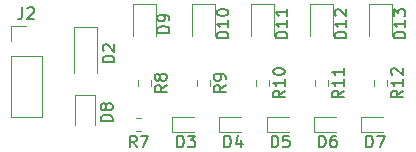
<source format=gbr>
G04 #@! TF.GenerationSoftware,KiCad,Pcbnew,(5.1.10)-1*
G04 #@! TF.CreationDate,2021-09-08T12:00:49+09:00*
G04 #@! TF.ProjectId,driver_v0.3,64726976-6572-45f7-9630-2e332e6b6963,rev?*
G04 #@! TF.SameCoordinates,Original*
G04 #@! TF.FileFunction,Legend,Top*
G04 #@! TF.FilePolarity,Positive*
%FSLAX46Y46*%
G04 Gerber Fmt 4.6, Leading zero omitted, Abs format (unit mm)*
G04 Created by KiCad (PCBNEW (5.1.10)-1) date 2021-09-08 12:00:49*
%MOMM*%
%LPD*%
G01*
G04 APERTURE LIST*
%ADD10C,0.120000*%
%ADD11C,0.150000*%
G04 APERTURE END LIST*
D10*
X95522500Y-109762742D02*
X95522500Y-110237258D01*
X94477500Y-109762742D02*
X94477500Y-110237258D01*
X90522500Y-109762742D02*
X90522500Y-110237258D01*
X89477500Y-109762742D02*
X89477500Y-110237258D01*
X85522500Y-109762742D02*
X85522500Y-110237258D01*
X84477500Y-109762742D02*
X84477500Y-110237258D01*
X80522500Y-109762742D02*
X80522500Y-110237258D01*
X79477500Y-109762742D02*
X79477500Y-110237258D01*
X75522500Y-109762742D02*
X75522500Y-110237258D01*
X74477500Y-109762742D02*
X74477500Y-110237258D01*
X74262742Y-112977500D02*
X74737258Y-112977500D01*
X74262742Y-114022500D02*
X74737258Y-114022500D01*
X63670000Y-112870000D02*
X66330000Y-112870000D01*
X63670000Y-107730000D02*
X63670000Y-112870000D01*
X66330000Y-107730000D02*
X66330000Y-112870000D01*
X63670000Y-107730000D02*
X66330000Y-107730000D01*
X63670000Y-106460000D02*
X63670000Y-105130000D01*
X63670000Y-105130000D02*
X65000000Y-105130000D01*
X95960000Y-106000000D02*
X95960000Y-103315000D01*
X95960000Y-103315000D02*
X94040000Y-103315000D01*
X94040000Y-103315000D02*
X94040000Y-106000000D01*
X90960000Y-106000000D02*
X90960000Y-103315000D01*
X90960000Y-103315000D02*
X89040000Y-103315000D01*
X89040000Y-103315000D02*
X89040000Y-106000000D01*
X85960000Y-106000000D02*
X85960000Y-103315000D01*
X85960000Y-103315000D02*
X84040000Y-103315000D01*
X84040000Y-103315000D02*
X84040000Y-106000000D01*
X80960000Y-106000000D02*
X80960000Y-103315000D01*
X80960000Y-103315000D02*
X79040000Y-103315000D01*
X79040000Y-103315000D02*
X79040000Y-106000000D01*
X75960000Y-106000000D02*
X75960000Y-103315000D01*
X75960000Y-103315000D02*
X74040000Y-103315000D01*
X74040000Y-103315000D02*
X74040000Y-106000000D01*
X70850000Y-111000000D02*
X69150000Y-111000000D01*
X69150000Y-111000000D02*
X69150000Y-113550000D01*
X70850000Y-111000000D02*
X70850000Y-113550000D01*
X93350000Y-112900000D02*
X93350000Y-114100000D01*
X95200000Y-112900000D02*
X93350000Y-112900000D01*
X95200000Y-114100000D02*
X93350000Y-114100000D01*
X89350000Y-112900000D02*
X89350000Y-114100000D01*
X91200000Y-112900000D02*
X89350000Y-112900000D01*
X91200000Y-114100000D02*
X89350000Y-114100000D01*
X85350000Y-112900000D02*
X85350000Y-114100000D01*
X87200000Y-112900000D02*
X85350000Y-112900000D01*
X87200000Y-114100000D02*
X85350000Y-114100000D01*
X81350000Y-112900000D02*
X81350000Y-114100000D01*
X83200000Y-112900000D02*
X81350000Y-112900000D01*
X83200000Y-114100000D02*
X81350000Y-114100000D01*
X77350000Y-112900000D02*
X77350000Y-114100000D01*
X79200000Y-112900000D02*
X77350000Y-112900000D01*
X79200000Y-114100000D02*
X77350000Y-114100000D01*
X71000000Y-105250000D02*
X69000000Y-105250000D01*
X69000000Y-105250000D02*
X69000000Y-109150000D01*
X71000000Y-105250000D02*
X71000000Y-109150000D01*
D11*
X96882380Y-110642857D02*
X96406190Y-110976190D01*
X96882380Y-111214285D02*
X95882380Y-111214285D01*
X95882380Y-110833333D01*
X95930000Y-110738095D01*
X95977619Y-110690476D01*
X96072857Y-110642857D01*
X96215714Y-110642857D01*
X96310952Y-110690476D01*
X96358571Y-110738095D01*
X96406190Y-110833333D01*
X96406190Y-111214285D01*
X96882380Y-109690476D02*
X96882380Y-110261904D01*
X96882380Y-109976190D02*
X95882380Y-109976190D01*
X96025238Y-110071428D01*
X96120476Y-110166666D01*
X96168095Y-110261904D01*
X95977619Y-109309523D02*
X95930000Y-109261904D01*
X95882380Y-109166666D01*
X95882380Y-108928571D01*
X95930000Y-108833333D01*
X95977619Y-108785714D01*
X96072857Y-108738095D01*
X96168095Y-108738095D01*
X96310952Y-108785714D01*
X96882380Y-109357142D01*
X96882380Y-108738095D01*
X91882380Y-110642857D02*
X91406190Y-110976190D01*
X91882380Y-111214285D02*
X90882380Y-111214285D01*
X90882380Y-110833333D01*
X90930000Y-110738095D01*
X90977619Y-110690476D01*
X91072857Y-110642857D01*
X91215714Y-110642857D01*
X91310952Y-110690476D01*
X91358571Y-110738095D01*
X91406190Y-110833333D01*
X91406190Y-111214285D01*
X91882380Y-109690476D02*
X91882380Y-110261904D01*
X91882380Y-109976190D02*
X90882380Y-109976190D01*
X91025238Y-110071428D01*
X91120476Y-110166666D01*
X91168095Y-110261904D01*
X91882380Y-108738095D02*
X91882380Y-109309523D01*
X91882380Y-109023809D02*
X90882380Y-109023809D01*
X91025238Y-109119047D01*
X91120476Y-109214285D01*
X91168095Y-109309523D01*
X86882380Y-110642857D02*
X86406190Y-110976190D01*
X86882380Y-111214285D02*
X85882380Y-111214285D01*
X85882380Y-110833333D01*
X85930000Y-110738095D01*
X85977619Y-110690476D01*
X86072857Y-110642857D01*
X86215714Y-110642857D01*
X86310952Y-110690476D01*
X86358571Y-110738095D01*
X86406190Y-110833333D01*
X86406190Y-111214285D01*
X86882380Y-109690476D02*
X86882380Y-110261904D01*
X86882380Y-109976190D02*
X85882380Y-109976190D01*
X86025238Y-110071428D01*
X86120476Y-110166666D01*
X86168095Y-110261904D01*
X85882380Y-109071428D02*
X85882380Y-108976190D01*
X85930000Y-108880952D01*
X85977619Y-108833333D01*
X86072857Y-108785714D01*
X86263333Y-108738095D01*
X86501428Y-108738095D01*
X86691904Y-108785714D01*
X86787142Y-108833333D01*
X86834761Y-108880952D01*
X86882380Y-108976190D01*
X86882380Y-109071428D01*
X86834761Y-109166666D01*
X86787142Y-109214285D01*
X86691904Y-109261904D01*
X86501428Y-109309523D01*
X86263333Y-109309523D01*
X86072857Y-109261904D01*
X85977619Y-109214285D01*
X85930000Y-109166666D01*
X85882380Y-109071428D01*
X81882380Y-110166666D02*
X81406190Y-110500000D01*
X81882380Y-110738095D02*
X80882380Y-110738095D01*
X80882380Y-110357142D01*
X80930000Y-110261904D01*
X80977619Y-110214285D01*
X81072857Y-110166666D01*
X81215714Y-110166666D01*
X81310952Y-110214285D01*
X81358571Y-110261904D01*
X81406190Y-110357142D01*
X81406190Y-110738095D01*
X81882380Y-109690476D02*
X81882380Y-109500000D01*
X81834761Y-109404761D01*
X81787142Y-109357142D01*
X81644285Y-109261904D01*
X81453809Y-109214285D01*
X81072857Y-109214285D01*
X80977619Y-109261904D01*
X80930000Y-109309523D01*
X80882380Y-109404761D01*
X80882380Y-109595238D01*
X80930000Y-109690476D01*
X80977619Y-109738095D01*
X81072857Y-109785714D01*
X81310952Y-109785714D01*
X81406190Y-109738095D01*
X81453809Y-109690476D01*
X81501428Y-109595238D01*
X81501428Y-109404761D01*
X81453809Y-109309523D01*
X81406190Y-109261904D01*
X81310952Y-109214285D01*
X76882380Y-110166666D02*
X76406190Y-110500000D01*
X76882380Y-110738095D02*
X75882380Y-110738095D01*
X75882380Y-110357142D01*
X75930000Y-110261904D01*
X75977619Y-110214285D01*
X76072857Y-110166666D01*
X76215714Y-110166666D01*
X76310952Y-110214285D01*
X76358571Y-110261904D01*
X76406190Y-110357142D01*
X76406190Y-110738095D01*
X76310952Y-109595238D02*
X76263333Y-109690476D01*
X76215714Y-109738095D01*
X76120476Y-109785714D01*
X76072857Y-109785714D01*
X75977619Y-109738095D01*
X75930000Y-109690476D01*
X75882380Y-109595238D01*
X75882380Y-109404761D01*
X75930000Y-109309523D01*
X75977619Y-109261904D01*
X76072857Y-109214285D01*
X76120476Y-109214285D01*
X76215714Y-109261904D01*
X76263333Y-109309523D01*
X76310952Y-109404761D01*
X76310952Y-109595238D01*
X76358571Y-109690476D01*
X76406190Y-109738095D01*
X76501428Y-109785714D01*
X76691904Y-109785714D01*
X76787142Y-109738095D01*
X76834761Y-109690476D01*
X76882380Y-109595238D01*
X76882380Y-109404761D01*
X76834761Y-109309523D01*
X76787142Y-109261904D01*
X76691904Y-109214285D01*
X76501428Y-109214285D01*
X76406190Y-109261904D01*
X76358571Y-109309523D01*
X76310952Y-109404761D01*
X74333333Y-115452380D02*
X74000000Y-114976190D01*
X73761904Y-115452380D02*
X73761904Y-114452380D01*
X74142857Y-114452380D01*
X74238095Y-114500000D01*
X74285714Y-114547619D01*
X74333333Y-114642857D01*
X74333333Y-114785714D01*
X74285714Y-114880952D01*
X74238095Y-114928571D01*
X74142857Y-114976190D01*
X73761904Y-114976190D01*
X74666666Y-114452380D02*
X75333333Y-114452380D01*
X74904761Y-115452380D01*
X64666666Y-103582380D02*
X64666666Y-104296666D01*
X64619047Y-104439523D01*
X64523809Y-104534761D01*
X64380952Y-104582380D01*
X64285714Y-104582380D01*
X65095238Y-103677619D02*
X65142857Y-103630000D01*
X65238095Y-103582380D01*
X65476190Y-103582380D01*
X65571428Y-103630000D01*
X65619047Y-103677619D01*
X65666666Y-103772857D01*
X65666666Y-103868095D01*
X65619047Y-104010952D01*
X65047619Y-104582380D01*
X65666666Y-104582380D01*
X97102380Y-106214285D02*
X96102380Y-106214285D01*
X96102380Y-105976190D01*
X96150000Y-105833333D01*
X96245238Y-105738095D01*
X96340476Y-105690476D01*
X96530952Y-105642857D01*
X96673809Y-105642857D01*
X96864285Y-105690476D01*
X96959523Y-105738095D01*
X97054761Y-105833333D01*
X97102380Y-105976190D01*
X97102380Y-106214285D01*
X97102380Y-104690476D02*
X97102380Y-105261904D01*
X97102380Y-104976190D02*
X96102380Y-104976190D01*
X96245238Y-105071428D01*
X96340476Y-105166666D01*
X96388095Y-105261904D01*
X96102380Y-104357142D02*
X96102380Y-103738095D01*
X96483333Y-104071428D01*
X96483333Y-103928571D01*
X96530952Y-103833333D01*
X96578571Y-103785714D01*
X96673809Y-103738095D01*
X96911904Y-103738095D01*
X97007142Y-103785714D01*
X97054761Y-103833333D01*
X97102380Y-103928571D01*
X97102380Y-104214285D01*
X97054761Y-104309523D01*
X97007142Y-104357142D01*
X92102380Y-106214285D02*
X91102380Y-106214285D01*
X91102380Y-105976190D01*
X91150000Y-105833333D01*
X91245238Y-105738095D01*
X91340476Y-105690476D01*
X91530952Y-105642857D01*
X91673809Y-105642857D01*
X91864285Y-105690476D01*
X91959523Y-105738095D01*
X92054761Y-105833333D01*
X92102380Y-105976190D01*
X92102380Y-106214285D01*
X92102380Y-104690476D02*
X92102380Y-105261904D01*
X92102380Y-104976190D02*
X91102380Y-104976190D01*
X91245238Y-105071428D01*
X91340476Y-105166666D01*
X91388095Y-105261904D01*
X91197619Y-104309523D02*
X91150000Y-104261904D01*
X91102380Y-104166666D01*
X91102380Y-103928571D01*
X91150000Y-103833333D01*
X91197619Y-103785714D01*
X91292857Y-103738095D01*
X91388095Y-103738095D01*
X91530952Y-103785714D01*
X92102380Y-104357142D01*
X92102380Y-103738095D01*
X87102380Y-106214285D02*
X86102380Y-106214285D01*
X86102380Y-105976190D01*
X86150000Y-105833333D01*
X86245238Y-105738095D01*
X86340476Y-105690476D01*
X86530952Y-105642857D01*
X86673809Y-105642857D01*
X86864285Y-105690476D01*
X86959523Y-105738095D01*
X87054761Y-105833333D01*
X87102380Y-105976190D01*
X87102380Y-106214285D01*
X87102380Y-104690476D02*
X87102380Y-105261904D01*
X87102380Y-104976190D02*
X86102380Y-104976190D01*
X86245238Y-105071428D01*
X86340476Y-105166666D01*
X86388095Y-105261904D01*
X87102380Y-103738095D02*
X87102380Y-104309523D01*
X87102380Y-104023809D02*
X86102380Y-104023809D01*
X86245238Y-104119047D01*
X86340476Y-104214285D01*
X86388095Y-104309523D01*
X82102380Y-106214285D02*
X81102380Y-106214285D01*
X81102380Y-105976190D01*
X81150000Y-105833333D01*
X81245238Y-105738095D01*
X81340476Y-105690476D01*
X81530952Y-105642857D01*
X81673809Y-105642857D01*
X81864285Y-105690476D01*
X81959523Y-105738095D01*
X82054761Y-105833333D01*
X82102380Y-105976190D01*
X82102380Y-106214285D01*
X82102380Y-104690476D02*
X82102380Y-105261904D01*
X82102380Y-104976190D02*
X81102380Y-104976190D01*
X81245238Y-105071428D01*
X81340476Y-105166666D01*
X81388095Y-105261904D01*
X81102380Y-104071428D02*
X81102380Y-103976190D01*
X81150000Y-103880952D01*
X81197619Y-103833333D01*
X81292857Y-103785714D01*
X81483333Y-103738095D01*
X81721428Y-103738095D01*
X81911904Y-103785714D01*
X82007142Y-103833333D01*
X82054761Y-103880952D01*
X82102380Y-103976190D01*
X82102380Y-104071428D01*
X82054761Y-104166666D01*
X82007142Y-104214285D01*
X81911904Y-104261904D01*
X81721428Y-104309523D01*
X81483333Y-104309523D01*
X81292857Y-104261904D01*
X81197619Y-104214285D01*
X81150000Y-104166666D01*
X81102380Y-104071428D01*
X77102380Y-105738095D02*
X76102380Y-105738095D01*
X76102380Y-105500000D01*
X76150000Y-105357142D01*
X76245238Y-105261904D01*
X76340476Y-105214285D01*
X76530952Y-105166666D01*
X76673809Y-105166666D01*
X76864285Y-105214285D01*
X76959523Y-105261904D01*
X77054761Y-105357142D01*
X77102380Y-105500000D01*
X77102380Y-105738095D01*
X77102380Y-104690476D02*
X77102380Y-104500000D01*
X77054761Y-104404761D01*
X77007142Y-104357142D01*
X76864285Y-104261904D01*
X76673809Y-104214285D01*
X76292857Y-104214285D01*
X76197619Y-104261904D01*
X76150000Y-104309523D01*
X76102380Y-104404761D01*
X76102380Y-104595238D01*
X76150000Y-104690476D01*
X76197619Y-104738095D01*
X76292857Y-104785714D01*
X76530952Y-104785714D01*
X76626190Y-104738095D01*
X76673809Y-104690476D01*
X76721428Y-104595238D01*
X76721428Y-104404761D01*
X76673809Y-104309523D01*
X76626190Y-104261904D01*
X76530952Y-104214285D01*
X72302380Y-113238095D02*
X71302380Y-113238095D01*
X71302380Y-113000000D01*
X71350000Y-112857142D01*
X71445238Y-112761904D01*
X71540476Y-112714285D01*
X71730952Y-112666666D01*
X71873809Y-112666666D01*
X72064285Y-112714285D01*
X72159523Y-112761904D01*
X72254761Y-112857142D01*
X72302380Y-113000000D01*
X72302380Y-113238095D01*
X71730952Y-112095238D02*
X71683333Y-112190476D01*
X71635714Y-112238095D01*
X71540476Y-112285714D01*
X71492857Y-112285714D01*
X71397619Y-112238095D01*
X71350000Y-112190476D01*
X71302380Y-112095238D01*
X71302380Y-111904761D01*
X71350000Y-111809523D01*
X71397619Y-111761904D01*
X71492857Y-111714285D01*
X71540476Y-111714285D01*
X71635714Y-111761904D01*
X71683333Y-111809523D01*
X71730952Y-111904761D01*
X71730952Y-112095238D01*
X71778571Y-112190476D01*
X71826190Y-112238095D01*
X71921428Y-112285714D01*
X72111904Y-112285714D01*
X72207142Y-112238095D01*
X72254761Y-112190476D01*
X72302380Y-112095238D01*
X72302380Y-111904761D01*
X72254761Y-111809523D01*
X72207142Y-111761904D01*
X72111904Y-111714285D01*
X71921428Y-111714285D01*
X71826190Y-111761904D01*
X71778571Y-111809523D01*
X71730952Y-111904761D01*
X93761904Y-115452380D02*
X93761904Y-114452380D01*
X94000000Y-114452380D01*
X94142857Y-114500000D01*
X94238095Y-114595238D01*
X94285714Y-114690476D01*
X94333333Y-114880952D01*
X94333333Y-115023809D01*
X94285714Y-115214285D01*
X94238095Y-115309523D01*
X94142857Y-115404761D01*
X94000000Y-115452380D01*
X93761904Y-115452380D01*
X94666666Y-114452380D02*
X95333333Y-114452380D01*
X94904761Y-115452380D01*
X89761904Y-115452380D02*
X89761904Y-114452380D01*
X90000000Y-114452380D01*
X90142857Y-114500000D01*
X90238095Y-114595238D01*
X90285714Y-114690476D01*
X90333333Y-114880952D01*
X90333333Y-115023809D01*
X90285714Y-115214285D01*
X90238095Y-115309523D01*
X90142857Y-115404761D01*
X90000000Y-115452380D01*
X89761904Y-115452380D01*
X91190476Y-114452380D02*
X91000000Y-114452380D01*
X90904761Y-114500000D01*
X90857142Y-114547619D01*
X90761904Y-114690476D01*
X90714285Y-114880952D01*
X90714285Y-115261904D01*
X90761904Y-115357142D01*
X90809523Y-115404761D01*
X90904761Y-115452380D01*
X91095238Y-115452380D01*
X91190476Y-115404761D01*
X91238095Y-115357142D01*
X91285714Y-115261904D01*
X91285714Y-115023809D01*
X91238095Y-114928571D01*
X91190476Y-114880952D01*
X91095238Y-114833333D01*
X90904761Y-114833333D01*
X90809523Y-114880952D01*
X90761904Y-114928571D01*
X90714285Y-115023809D01*
X85761904Y-115452380D02*
X85761904Y-114452380D01*
X86000000Y-114452380D01*
X86142857Y-114500000D01*
X86238095Y-114595238D01*
X86285714Y-114690476D01*
X86333333Y-114880952D01*
X86333333Y-115023809D01*
X86285714Y-115214285D01*
X86238095Y-115309523D01*
X86142857Y-115404761D01*
X86000000Y-115452380D01*
X85761904Y-115452380D01*
X87238095Y-114452380D02*
X86761904Y-114452380D01*
X86714285Y-114928571D01*
X86761904Y-114880952D01*
X86857142Y-114833333D01*
X87095238Y-114833333D01*
X87190476Y-114880952D01*
X87238095Y-114928571D01*
X87285714Y-115023809D01*
X87285714Y-115261904D01*
X87238095Y-115357142D01*
X87190476Y-115404761D01*
X87095238Y-115452380D01*
X86857142Y-115452380D01*
X86761904Y-115404761D01*
X86714285Y-115357142D01*
X81761904Y-115452380D02*
X81761904Y-114452380D01*
X82000000Y-114452380D01*
X82142857Y-114500000D01*
X82238095Y-114595238D01*
X82285714Y-114690476D01*
X82333333Y-114880952D01*
X82333333Y-115023809D01*
X82285714Y-115214285D01*
X82238095Y-115309523D01*
X82142857Y-115404761D01*
X82000000Y-115452380D01*
X81761904Y-115452380D01*
X83190476Y-114785714D02*
X83190476Y-115452380D01*
X82952380Y-114404761D02*
X82714285Y-115119047D01*
X83333333Y-115119047D01*
X77761904Y-115452380D02*
X77761904Y-114452380D01*
X78000000Y-114452380D01*
X78142857Y-114500000D01*
X78238095Y-114595238D01*
X78285714Y-114690476D01*
X78333333Y-114880952D01*
X78333333Y-115023809D01*
X78285714Y-115214285D01*
X78238095Y-115309523D01*
X78142857Y-115404761D01*
X78000000Y-115452380D01*
X77761904Y-115452380D01*
X78666666Y-114452380D02*
X79285714Y-114452380D01*
X78952380Y-114833333D01*
X79095238Y-114833333D01*
X79190476Y-114880952D01*
X79238095Y-114928571D01*
X79285714Y-115023809D01*
X79285714Y-115261904D01*
X79238095Y-115357142D01*
X79190476Y-115404761D01*
X79095238Y-115452380D01*
X78809523Y-115452380D01*
X78714285Y-115404761D01*
X78666666Y-115357142D01*
X72452380Y-108238095D02*
X71452380Y-108238095D01*
X71452380Y-108000000D01*
X71500000Y-107857142D01*
X71595238Y-107761904D01*
X71690476Y-107714285D01*
X71880952Y-107666666D01*
X72023809Y-107666666D01*
X72214285Y-107714285D01*
X72309523Y-107761904D01*
X72404761Y-107857142D01*
X72452380Y-108000000D01*
X72452380Y-108238095D01*
X71547619Y-107285714D02*
X71500000Y-107238095D01*
X71452380Y-107142857D01*
X71452380Y-106904761D01*
X71500000Y-106809523D01*
X71547619Y-106761904D01*
X71642857Y-106714285D01*
X71738095Y-106714285D01*
X71880952Y-106761904D01*
X72452380Y-107333333D01*
X72452380Y-106714285D01*
M02*

</source>
